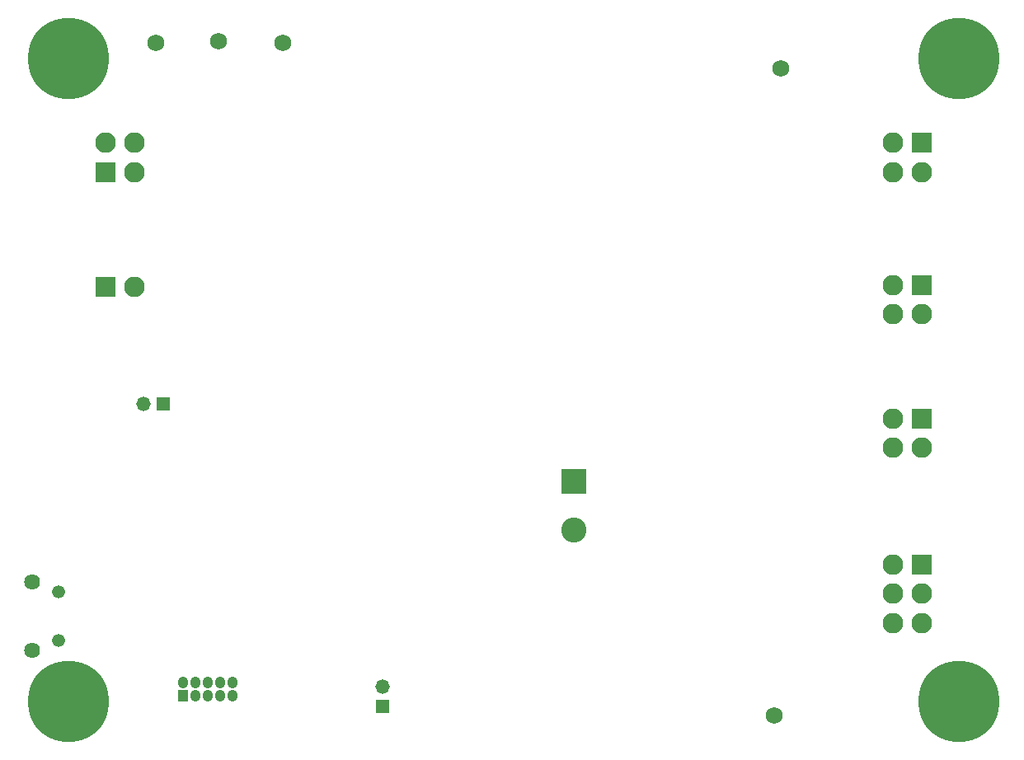
<source format=gbs>
*
*
G04 PADS VX.1.1 Build Number: 678707 generated Gerber (RS-274-X) file*
G04 PC Version=2.1*
*
%IN "pCO2SensorBoard1_4_3.pc"*%
*
%MOIN*%
*
%FSLAX35Y35*%
*
*
*
*
G04 PC Standard Apertures*
*
*
G04 Thermal Relief Aperture macro.*
%AMTER*
1,1,$1,0,0*
1,0,$1-$2,0,0*
21,0,$3,$4,0,0,45*
21,0,$3,$4,0,0,135*
%
*
*
G04 Annular Aperture macro.*
%AMANN*
1,1,$1,0,0*
1,0,$2,0,0*
%
*
*
G04 Odd Aperture macro.*
%AMODD*
1,1,$1,0,0*
1,0,$1-0.005,0,0*
%
*
*
G04 PC Custom Aperture Macros*
*
*
*
*
*
*
G04 PC Aperture Table*
*
%ADD087C,0.001*%
%ADD332R,0.083X0.083*%
%ADD333C,0.083*%
%ADD336C,0.05221*%
%ADD337C,0.06402*%
%ADD341R,0.058X0.058*%
%ADD342O,0.058X0.058*%
%ADD343R,0.0428X0.04828*%
%ADD344O,0.0428X0.04828*%
%ADD368C,0.10143*%
%ADD369R,0.10143X0.10143*%
%ADD425C,0.068*%
%ADD502C,0.328*%
*
*
*
*
G04 PC Circuitry*
G04 Layer Name pCO2SensorBoard1_4_3.pc - circuitry*
%LPD*%
*
*
G04 PC Custom Flashes*
G04 Layer Name pCO2SensorBoard1_4_3.pc - flashes*
%LPD*%
*
*
G04 PC Circuitry*
G04 Layer Name pCO2SensorBoard1_4_3.pc - circuitry*
%LPD*%
*
G54D87*
G54D332*
G01X465000Y234400D03*
X135000Y334100D03*
Y287500D03*
X465000Y288400D03*
Y345900D03*
Y175300D03*
G54D333*
X453200Y234400D03*
X465000Y222600D03*
X453200D03*
X146800Y334100D03*
X135000Y345900D03*
X146800D03*
Y287500D03*
X453200Y288400D03*
X465000Y276600D03*
X453200D03*
Y345900D03*
X465000Y334100D03*
X453200D03*
Y175300D03*
X465000Y163500D03*
X453200D03*
X465000Y151700D03*
X453200D03*
G54D336*
X116030Y164243D03*
Y144557D03*
G54D337*
X105400Y140620D03*
Y168180D03*
G54D341*
X158400Y240200D03*
X247000Y118000D03*
G54D342*
X150500Y240200D03*
X247000Y125900D03*
G54D343*
X166500Y122250D03*
G54D344*
Y127750D03*
X171500Y122250D03*
Y127750D03*
X176500Y122250D03*
Y127750D03*
X181500Y122250D03*
Y127750D03*
X186500Y122250D03*
Y127750D03*
G54D368*
X324500Y189157D03*
G54D369*
Y208843D03*
G54D425*
X408126Y375913D03*
X180600Y387000D03*
X155200Y386400D03*
X405400Y114400D03*
X206600Y386200D03*
G54D502*
X120000Y380000D03*
X480000D03*
Y120000D03*
X120000D03*
X0Y0D02*
M02*

</source>
